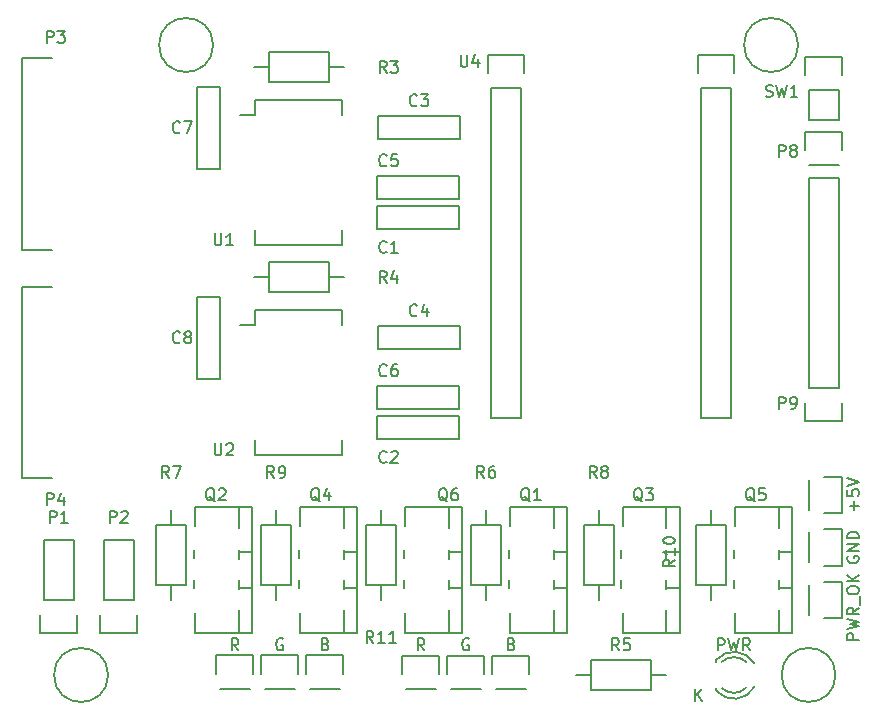
<source format=gto>
G04 #@! TF.FileFunction,Legend,Top*
%FSLAX46Y46*%
G04 Gerber Fmt 4.6, Leading zero omitted, Abs format (unit mm)*
G04 Created by KiCad (PCBNEW (2015-09-17 BZR 6202)-product) date Wednesday, September 23, 2015 'AMt' 01:59:30 AM*
%MOMM*%
G01*
G04 APERTURE LIST*
%ADD10C,0.100000*%
%ADD11C,0.150000*%
G04 APERTURE END LIST*
D10*
D11*
X152781000Y-128270000D02*
G75*
G03X152781000Y-128270000I-2286000J0D01*
G01*
X91186000Y-128270000D02*
G75*
G03X91186000Y-128270000I-2286000J0D01*
G01*
X103461143Y-126613701D02*
X103461143Y-128163701D01*
X100361143Y-128163701D02*
X100361143Y-126613701D01*
X100361143Y-126613701D02*
X103461143Y-126613701D01*
X100641143Y-129433701D02*
X103181143Y-129433701D01*
X100076000Y-74930000D02*
G75*
G03X100076000Y-74930000I-2286000J0D01*
G01*
X126164362Y-78575728D02*
X126164362Y-106515728D01*
X126164362Y-106515728D02*
X123624362Y-106515728D01*
X123624362Y-106515728D02*
X123624362Y-78575728D01*
X126444362Y-75755728D02*
X126444362Y-77305728D01*
X126164362Y-78575728D02*
X123624362Y-78575728D01*
X123344362Y-77305728D02*
X123344362Y-75755728D01*
X123344362Y-75755728D02*
X126444362Y-75755728D01*
X144224362Y-75755728D02*
X144224362Y-77305728D01*
X141124362Y-77305728D02*
X141124362Y-75755728D01*
X141124362Y-75755728D02*
X144224362Y-75755728D01*
X143944362Y-78575728D02*
X141404362Y-78575728D01*
X141404362Y-106515728D02*
X141404362Y-78575728D01*
X143944362Y-78575728D02*
X143944362Y-106515728D01*
X143944362Y-106515728D02*
X141404362Y-106515728D01*
X113935000Y-88535000D02*
X120935000Y-88535000D01*
X120935000Y-88535000D02*
X120935000Y-90535000D01*
X120935000Y-90535000D02*
X113935000Y-90535000D01*
X113935000Y-90535000D02*
X113935000Y-88535000D01*
X113935000Y-106315000D02*
X120935000Y-106315000D01*
X120935000Y-106315000D02*
X120935000Y-108315000D01*
X120935000Y-108315000D02*
X113935000Y-108315000D01*
X113935000Y-108315000D02*
X113935000Y-106315000D01*
X114015000Y-80915000D02*
X121015000Y-80915000D01*
X121015000Y-80915000D02*
X121015000Y-82915000D01*
X121015000Y-82915000D02*
X114015000Y-82915000D01*
X114015000Y-82915000D02*
X114015000Y-80915000D01*
X114015000Y-98695000D02*
X121015000Y-98695000D01*
X121015000Y-98695000D02*
X121015000Y-100695000D01*
X121015000Y-100695000D02*
X114015000Y-100695000D01*
X114015000Y-100695000D02*
X114015000Y-98695000D01*
X113935000Y-85995000D02*
X120935000Y-85995000D01*
X120935000Y-85995000D02*
X120935000Y-87995000D01*
X120935000Y-87995000D02*
X113935000Y-87995000D01*
X113935000Y-87995000D02*
X113935000Y-85995000D01*
X113935000Y-103775000D02*
X120935000Y-103775000D01*
X120935000Y-103775000D02*
X120935000Y-105775000D01*
X120935000Y-105775000D02*
X113935000Y-105775000D01*
X113935000Y-105775000D02*
X113935000Y-103775000D01*
X98695000Y-85455000D02*
X98695000Y-78455000D01*
X98695000Y-78455000D02*
X100695000Y-78455000D01*
X100695000Y-78455000D02*
X100695000Y-85455000D01*
X100695000Y-85455000D02*
X98695000Y-85455000D01*
X98695000Y-103235000D02*
X98695000Y-96235000D01*
X98695000Y-96235000D02*
X100695000Y-96235000D01*
X100695000Y-96235000D02*
X100695000Y-103235000D01*
X100695000Y-103235000D02*
X98695000Y-103235000D01*
X119213459Y-126645719D02*
X119213459Y-128195719D01*
X116113459Y-128195719D02*
X116113459Y-126645719D01*
X116113459Y-126645719D02*
X119213459Y-126645719D01*
X116393459Y-129465719D02*
X118933459Y-129465719D01*
X123023459Y-126645719D02*
X123023459Y-128195719D01*
X119923459Y-128195719D02*
X119923459Y-126645719D01*
X119923459Y-126645719D02*
X123023459Y-126645719D01*
X120203459Y-129465719D02*
X122743459Y-129465719D01*
X107271143Y-126613701D02*
X107271143Y-128163701D01*
X104171143Y-128163701D02*
X104171143Y-126613701D01*
X104171143Y-126613701D02*
X107271143Y-126613701D01*
X104451143Y-129433701D02*
X106991143Y-129433701D01*
X126833459Y-126645719D02*
X126833459Y-128195719D01*
X123733459Y-128195719D02*
X123733459Y-126645719D01*
X123733459Y-126645719D02*
X126833459Y-126645719D01*
X124013459Y-129465719D02*
X126553459Y-129465719D01*
X111081143Y-126613701D02*
X111081143Y-128163701D01*
X107981143Y-128163701D02*
X107981143Y-126613701D01*
X107981143Y-126613701D02*
X111081143Y-126613701D01*
X108261143Y-129433701D02*
X110801143Y-129433701D01*
X88265000Y-121920000D02*
X88265000Y-116840000D01*
X88265000Y-116840000D02*
X85725000Y-116840000D01*
X85725000Y-116840000D02*
X85725000Y-121920000D01*
X85445000Y-124740000D02*
X85445000Y-123190000D01*
X85725000Y-121920000D02*
X88265000Y-121920000D01*
X88545000Y-123190000D02*
X88545000Y-124740000D01*
X88545000Y-124740000D02*
X85445000Y-124740000D01*
X93345000Y-121920000D02*
X93345000Y-116840000D01*
X93345000Y-116840000D02*
X90805000Y-116840000D01*
X90805000Y-116840000D02*
X90805000Y-121920000D01*
X90525000Y-124740000D02*
X90525000Y-123190000D01*
X90805000Y-121920000D02*
X93345000Y-121920000D01*
X93625000Y-123190000D02*
X93625000Y-124740000D01*
X93625000Y-124740000D02*
X90525000Y-124740000D01*
X153315000Y-123470000D02*
X151765000Y-123470000D01*
X151765000Y-120370000D02*
X153315000Y-120370000D01*
X153315000Y-120370000D02*
X153315000Y-123470000D01*
X150495000Y-120650000D02*
X150495000Y-123190000D01*
X153315000Y-114580000D02*
X151765000Y-114580000D01*
X151765000Y-111480000D02*
X153315000Y-111480000D01*
X153315000Y-111480000D02*
X153315000Y-114580000D01*
X150495000Y-111760000D02*
X150495000Y-114300000D01*
X153315000Y-119025000D02*
X151765000Y-119025000D01*
X151765000Y-115925000D02*
X153315000Y-115925000D01*
X153315000Y-115925000D02*
X153315000Y-119025000D01*
X150495000Y-116205000D02*
X150495000Y-118745000D01*
X153315000Y-82270000D02*
X153315000Y-83820000D01*
X150215000Y-83820000D02*
X150215000Y-82270000D01*
X150215000Y-82270000D02*
X153315000Y-82270000D01*
X150495000Y-85090000D02*
X153035000Y-85090000D01*
X150495000Y-103975728D02*
X150495000Y-86195728D01*
X150495000Y-86195728D02*
X153035000Y-86195728D01*
X153035000Y-86195728D02*
X153035000Y-103975728D01*
X150215000Y-106795728D02*
X150215000Y-105245728D01*
X150495000Y-103975728D02*
X153035000Y-103975728D01*
X153315000Y-105245728D02*
X153315000Y-106795728D01*
X153315000Y-106795728D02*
X150215000Y-106795728D01*
X109855000Y-78105000D02*
X104775000Y-78105000D01*
X104775000Y-78105000D02*
X104775000Y-75565000D01*
X104775000Y-75565000D02*
X109855000Y-75565000D01*
X109855000Y-75565000D02*
X109855000Y-78105000D01*
X109855000Y-76835000D02*
X111125000Y-76835000D01*
X104775000Y-76835000D02*
X103505000Y-76835000D01*
X109855000Y-95885000D02*
X104775000Y-95885000D01*
X104775000Y-95885000D02*
X104775000Y-93345000D01*
X104775000Y-93345000D02*
X109855000Y-93345000D01*
X109855000Y-93345000D02*
X109855000Y-95885000D01*
X109855000Y-94615000D02*
X111125000Y-94615000D01*
X104775000Y-94615000D02*
X103505000Y-94615000D01*
X132080000Y-127000000D02*
X137160000Y-127000000D01*
X137160000Y-127000000D02*
X137160000Y-129540000D01*
X137160000Y-129540000D02*
X132080000Y-129540000D01*
X132080000Y-129540000D02*
X132080000Y-127000000D01*
X132080000Y-128270000D02*
X130810000Y-128270000D01*
X137160000Y-128270000D02*
X138430000Y-128270000D01*
X121920000Y-120650000D02*
X121920000Y-115570000D01*
X121920000Y-115570000D02*
X124460000Y-115570000D01*
X124460000Y-115570000D02*
X124460000Y-120650000D01*
X124460000Y-120650000D02*
X121920000Y-120650000D01*
X123190000Y-120650000D02*
X123190000Y-121920000D01*
X123190000Y-115570000D02*
X123190000Y-114300000D01*
X95250000Y-120650000D02*
X95250000Y-115570000D01*
X95250000Y-115570000D02*
X97790000Y-115570000D01*
X97790000Y-115570000D02*
X97790000Y-120650000D01*
X97790000Y-120650000D02*
X95250000Y-120650000D01*
X96520000Y-120650000D02*
X96520000Y-121920000D01*
X96520000Y-115570000D02*
X96520000Y-114300000D01*
X131445000Y-120650000D02*
X131445000Y-115570000D01*
X131445000Y-115570000D02*
X133985000Y-115570000D01*
X133985000Y-115570000D02*
X133985000Y-120650000D01*
X133985000Y-120650000D02*
X131445000Y-120650000D01*
X132715000Y-120650000D02*
X132715000Y-121920000D01*
X132715000Y-115570000D02*
X132715000Y-114300000D01*
X104140000Y-120650000D02*
X104140000Y-115570000D01*
X104140000Y-115570000D02*
X106680000Y-115570000D01*
X106680000Y-115570000D02*
X106680000Y-120650000D01*
X106680000Y-120650000D02*
X104140000Y-120650000D01*
X105410000Y-120650000D02*
X105410000Y-121920000D01*
X105410000Y-115570000D02*
X105410000Y-114300000D01*
X140970000Y-120650000D02*
X140970000Y-115570000D01*
X140970000Y-115570000D02*
X143510000Y-115570000D01*
X143510000Y-115570000D02*
X143510000Y-120650000D01*
X143510000Y-120650000D02*
X140970000Y-120650000D01*
X142240000Y-120650000D02*
X142240000Y-121920000D01*
X142240000Y-115570000D02*
X142240000Y-114300000D01*
X113030000Y-120650000D02*
X113030000Y-115570000D01*
X113030000Y-115570000D02*
X115570000Y-115570000D01*
X115570000Y-115570000D02*
X115570000Y-120650000D01*
X115570000Y-120650000D02*
X113030000Y-120650000D01*
X114300000Y-120650000D02*
X114300000Y-121920000D01*
X114300000Y-115570000D02*
X114300000Y-114300000D01*
X153035000Y-78740000D02*
X153035000Y-81280000D01*
X153315000Y-75920000D02*
X153315000Y-77470000D01*
X153035000Y-78740000D02*
X150495000Y-78740000D01*
X150215000Y-77470000D02*
X150215000Y-75920000D01*
X150215000Y-75920000D02*
X153315000Y-75920000D01*
X150495000Y-78740000D02*
X150495000Y-81280000D01*
X150495000Y-81280000D02*
X153035000Y-81280000D01*
X103640000Y-79620000D02*
X103640000Y-80890000D01*
X110990000Y-79620000D02*
X110990000Y-80890000D01*
X110990000Y-91830000D02*
X110990000Y-90560000D01*
X103640000Y-91830000D02*
X103640000Y-90560000D01*
X103640000Y-79620000D02*
X110990000Y-79620000D01*
X103640000Y-91830000D02*
X110990000Y-91830000D01*
X103640000Y-80890000D02*
X102355000Y-80890000D01*
X103640000Y-97400000D02*
X103640000Y-98670000D01*
X110990000Y-97400000D02*
X110990000Y-98670000D01*
X110990000Y-109610000D02*
X110990000Y-108340000D01*
X103640000Y-109610000D02*
X103640000Y-108340000D01*
X103640000Y-97400000D02*
X110990000Y-97400000D01*
X103640000Y-109610000D02*
X110990000Y-109610000D01*
X103640000Y-98670000D02*
X102355000Y-98670000D01*
X83893607Y-76072355D02*
X86433607Y-76072355D01*
X83893607Y-92272355D02*
X86433607Y-92272355D01*
X83893607Y-92272355D02*
X83893607Y-76072355D01*
X83893607Y-95405000D02*
X86433607Y-95405000D01*
X83893607Y-111605000D02*
X86433607Y-111605000D01*
X83893607Y-111605000D02*
X83893607Y-95405000D01*
X142676000Y-129584000D02*
X142676000Y-129384000D01*
X142676000Y-126990000D02*
X142676000Y-127170000D01*
X145903744Y-127300357D02*
G75*
G03X142676000Y-126984000I-1727744J-1003643D01*
G01*
X145228006Y-127170932D02*
G75*
G03X143125000Y-127170000I-1052006J-1133068D01*
G01*
X142688780Y-129610726D02*
G75*
G03X145926000Y-129264000I1497220J1306726D01*
G01*
X143162111Y-129383253D02*
G75*
G03X145210000Y-129364000I1013889J1079253D01*
G01*
X102235000Y-124714000D02*
X102235000Y-122809000D01*
X102235000Y-120269000D02*
X102235000Y-121031000D01*
X102235000Y-117856000D02*
X102235000Y-117729000D01*
X102235000Y-117856000D02*
X102235000Y-118491000D01*
X102235000Y-114046000D02*
X102235000Y-115824000D01*
X98552000Y-114046000D02*
X98552000Y-115697000D01*
X98425000Y-118364000D02*
X98425000Y-117729000D01*
X98425000Y-120904000D02*
X98425000Y-120269000D01*
X98552000Y-124714000D02*
X98552000Y-123063000D01*
X103378000Y-117856000D02*
X102235000Y-117856000D01*
X103378000Y-120904000D02*
X102235000Y-120904000D01*
X102235000Y-124714000D02*
X98552000Y-124714000D01*
X98552000Y-114046000D02*
X102235000Y-114046000D01*
X103378000Y-124714000D02*
X102235000Y-124714000D01*
X102235000Y-114046000D02*
X103378000Y-114046000D01*
X103378000Y-119380000D02*
X103378000Y-114046000D01*
X103378000Y-119380000D02*
X103378000Y-124714000D01*
X111125000Y-124714000D02*
X111125000Y-122809000D01*
X111125000Y-120269000D02*
X111125000Y-121031000D01*
X111125000Y-117856000D02*
X111125000Y-117729000D01*
X111125000Y-117856000D02*
X111125000Y-118491000D01*
X111125000Y-114046000D02*
X111125000Y-115824000D01*
X107442000Y-114046000D02*
X107442000Y-115697000D01*
X107315000Y-118364000D02*
X107315000Y-117729000D01*
X107315000Y-120904000D02*
X107315000Y-120269000D01*
X107442000Y-124714000D02*
X107442000Y-123063000D01*
X112268000Y-117856000D02*
X111125000Y-117856000D01*
X112268000Y-120904000D02*
X111125000Y-120904000D01*
X111125000Y-124714000D02*
X107442000Y-124714000D01*
X107442000Y-114046000D02*
X111125000Y-114046000D01*
X112268000Y-124714000D02*
X111125000Y-124714000D01*
X111125000Y-114046000D02*
X112268000Y-114046000D01*
X112268000Y-119380000D02*
X112268000Y-114046000D01*
X112268000Y-119380000D02*
X112268000Y-124714000D01*
X120015000Y-124714000D02*
X120015000Y-122809000D01*
X120015000Y-120269000D02*
X120015000Y-121031000D01*
X120015000Y-117856000D02*
X120015000Y-117729000D01*
X120015000Y-117856000D02*
X120015000Y-118491000D01*
X120015000Y-114046000D02*
X120015000Y-115824000D01*
X116332000Y-114046000D02*
X116332000Y-115697000D01*
X116205000Y-118364000D02*
X116205000Y-117729000D01*
X116205000Y-120904000D02*
X116205000Y-120269000D01*
X116332000Y-124714000D02*
X116332000Y-123063000D01*
X121158000Y-117856000D02*
X120015000Y-117856000D01*
X121158000Y-120904000D02*
X120015000Y-120904000D01*
X120015000Y-124714000D02*
X116332000Y-124714000D01*
X116332000Y-114046000D02*
X120015000Y-114046000D01*
X121158000Y-124714000D02*
X120015000Y-124714000D01*
X120015000Y-114046000D02*
X121158000Y-114046000D01*
X121158000Y-119380000D02*
X121158000Y-114046000D01*
X121158000Y-119380000D02*
X121158000Y-124714000D01*
X128905000Y-124714000D02*
X128905000Y-122809000D01*
X128905000Y-120269000D02*
X128905000Y-121031000D01*
X128905000Y-117856000D02*
X128905000Y-117729000D01*
X128905000Y-117856000D02*
X128905000Y-118491000D01*
X128905000Y-114046000D02*
X128905000Y-115824000D01*
X125222000Y-114046000D02*
X125222000Y-115697000D01*
X125095000Y-118364000D02*
X125095000Y-117729000D01*
X125095000Y-120904000D02*
X125095000Y-120269000D01*
X125222000Y-124714000D02*
X125222000Y-123063000D01*
X130048000Y-117856000D02*
X128905000Y-117856000D01*
X130048000Y-120904000D02*
X128905000Y-120904000D01*
X128905000Y-124714000D02*
X125222000Y-124714000D01*
X125222000Y-114046000D02*
X128905000Y-114046000D01*
X130048000Y-124714000D02*
X128905000Y-124714000D01*
X128905000Y-114046000D02*
X130048000Y-114046000D01*
X130048000Y-119380000D02*
X130048000Y-114046000D01*
X130048000Y-119380000D02*
X130048000Y-124714000D01*
X138430000Y-124714000D02*
X138430000Y-122809000D01*
X138430000Y-120269000D02*
X138430000Y-121031000D01*
X138430000Y-117856000D02*
X138430000Y-117729000D01*
X138430000Y-117856000D02*
X138430000Y-118491000D01*
X138430000Y-114046000D02*
X138430000Y-115824000D01*
X134747000Y-114046000D02*
X134747000Y-115697000D01*
X134620000Y-118364000D02*
X134620000Y-117729000D01*
X134620000Y-120904000D02*
X134620000Y-120269000D01*
X134747000Y-124714000D02*
X134747000Y-123063000D01*
X139573000Y-117856000D02*
X138430000Y-117856000D01*
X139573000Y-120904000D02*
X138430000Y-120904000D01*
X138430000Y-124714000D02*
X134747000Y-124714000D01*
X134747000Y-114046000D02*
X138430000Y-114046000D01*
X139573000Y-124714000D02*
X138430000Y-124714000D01*
X138430000Y-114046000D02*
X139573000Y-114046000D01*
X139573000Y-119380000D02*
X139573000Y-114046000D01*
X139573000Y-119380000D02*
X139573000Y-124714000D01*
X147955000Y-124714000D02*
X147955000Y-122809000D01*
X147955000Y-120269000D02*
X147955000Y-121031000D01*
X147955000Y-117856000D02*
X147955000Y-117729000D01*
X147955000Y-117856000D02*
X147955000Y-118491000D01*
X147955000Y-114046000D02*
X147955000Y-115824000D01*
X144272000Y-114046000D02*
X144272000Y-115697000D01*
X144145000Y-118364000D02*
X144145000Y-117729000D01*
X144145000Y-120904000D02*
X144145000Y-120269000D01*
X144272000Y-124714000D02*
X144272000Y-123063000D01*
X149098000Y-117856000D02*
X147955000Y-117856000D01*
X149098000Y-120904000D02*
X147955000Y-120904000D01*
X147955000Y-124714000D02*
X144272000Y-124714000D01*
X144272000Y-114046000D02*
X147955000Y-114046000D01*
X149098000Y-124714000D02*
X147955000Y-124714000D01*
X147955000Y-114046000D02*
X149098000Y-114046000D01*
X149098000Y-119380000D02*
X149098000Y-114046000D01*
X149098000Y-119380000D02*
X149098000Y-124714000D01*
X149606000Y-74930000D02*
G75*
G03X149606000Y-74930000I-2286000J0D01*
G01*
X102220667Y-126182381D02*
X101887333Y-125706190D01*
X101649238Y-126182381D02*
X101649238Y-125182381D01*
X102030191Y-125182381D01*
X102125429Y-125230000D01*
X102173048Y-125277619D01*
X102220667Y-125372857D01*
X102220667Y-125515714D01*
X102173048Y-125610952D01*
X102125429Y-125658571D01*
X102030191Y-125706190D01*
X101649238Y-125706190D01*
X121031095Y-75779381D02*
X121031095Y-76588905D01*
X121078714Y-76684143D01*
X121126333Y-76731762D01*
X121221571Y-76779381D01*
X121412048Y-76779381D01*
X121507286Y-76731762D01*
X121554905Y-76684143D01*
X121602524Y-76588905D01*
X121602524Y-75779381D01*
X122507286Y-76112714D02*
X122507286Y-76779381D01*
X122269190Y-75731762D02*
X122031095Y-76446048D01*
X122650143Y-76446048D01*
X114768334Y-92432143D02*
X114720715Y-92479762D01*
X114577858Y-92527381D01*
X114482620Y-92527381D01*
X114339762Y-92479762D01*
X114244524Y-92384524D01*
X114196905Y-92289286D01*
X114149286Y-92098810D01*
X114149286Y-91955952D01*
X114196905Y-91765476D01*
X114244524Y-91670238D01*
X114339762Y-91575000D01*
X114482620Y-91527381D01*
X114577858Y-91527381D01*
X114720715Y-91575000D01*
X114768334Y-91622619D01*
X115720715Y-92527381D02*
X115149286Y-92527381D01*
X115435000Y-92527381D02*
X115435000Y-91527381D01*
X115339762Y-91670238D01*
X115244524Y-91765476D01*
X115149286Y-91813095D01*
X114768334Y-110212143D02*
X114720715Y-110259762D01*
X114577858Y-110307381D01*
X114482620Y-110307381D01*
X114339762Y-110259762D01*
X114244524Y-110164524D01*
X114196905Y-110069286D01*
X114149286Y-109878810D01*
X114149286Y-109735952D01*
X114196905Y-109545476D01*
X114244524Y-109450238D01*
X114339762Y-109355000D01*
X114482620Y-109307381D01*
X114577858Y-109307381D01*
X114720715Y-109355000D01*
X114768334Y-109402619D01*
X115149286Y-109402619D02*
X115196905Y-109355000D01*
X115292143Y-109307381D01*
X115530239Y-109307381D01*
X115625477Y-109355000D01*
X115673096Y-109402619D01*
X115720715Y-109497857D01*
X115720715Y-109593095D01*
X115673096Y-109735952D01*
X115101667Y-110307381D01*
X115720715Y-110307381D01*
X117348334Y-80022143D02*
X117300715Y-80069762D01*
X117157858Y-80117381D01*
X117062620Y-80117381D01*
X116919762Y-80069762D01*
X116824524Y-79974524D01*
X116776905Y-79879286D01*
X116729286Y-79688810D01*
X116729286Y-79545952D01*
X116776905Y-79355476D01*
X116824524Y-79260238D01*
X116919762Y-79165000D01*
X117062620Y-79117381D01*
X117157858Y-79117381D01*
X117300715Y-79165000D01*
X117348334Y-79212619D01*
X117681667Y-79117381D02*
X118300715Y-79117381D01*
X117967381Y-79498333D01*
X118110239Y-79498333D01*
X118205477Y-79545952D01*
X118253096Y-79593571D01*
X118300715Y-79688810D01*
X118300715Y-79926905D01*
X118253096Y-80022143D01*
X118205477Y-80069762D01*
X118110239Y-80117381D01*
X117824524Y-80117381D01*
X117729286Y-80069762D01*
X117681667Y-80022143D01*
X117348334Y-97802143D02*
X117300715Y-97849762D01*
X117157858Y-97897381D01*
X117062620Y-97897381D01*
X116919762Y-97849762D01*
X116824524Y-97754524D01*
X116776905Y-97659286D01*
X116729286Y-97468810D01*
X116729286Y-97325952D01*
X116776905Y-97135476D01*
X116824524Y-97040238D01*
X116919762Y-96945000D01*
X117062620Y-96897381D01*
X117157858Y-96897381D01*
X117300715Y-96945000D01*
X117348334Y-96992619D01*
X118205477Y-97230714D02*
X118205477Y-97897381D01*
X117967381Y-96849762D02*
X117729286Y-97564048D01*
X118348334Y-97564048D01*
X114768334Y-85102143D02*
X114720715Y-85149762D01*
X114577858Y-85197381D01*
X114482620Y-85197381D01*
X114339762Y-85149762D01*
X114244524Y-85054524D01*
X114196905Y-84959286D01*
X114149286Y-84768810D01*
X114149286Y-84625952D01*
X114196905Y-84435476D01*
X114244524Y-84340238D01*
X114339762Y-84245000D01*
X114482620Y-84197381D01*
X114577858Y-84197381D01*
X114720715Y-84245000D01*
X114768334Y-84292619D01*
X115673096Y-84197381D02*
X115196905Y-84197381D01*
X115149286Y-84673571D01*
X115196905Y-84625952D01*
X115292143Y-84578333D01*
X115530239Y-84578333D01*
X115625477Y-84625952D01*
X115673096Y-84673571D01*
X115720715Y-84768810D01*
X115720715Y-85006905D01*
X115673096Y-85102143D01*
X115625477Y-85149762D01*
X115530239Y-85197381D01*
X115292143Y-85197381D01*
X115196905Y-85149762D01*
X115149286Y-85102143D01*
X114768334Y-102882143D02*
X114720715Y-102929762D01*
X114577858Y-102977381D01*
X114482620Y-102977381D01*
X114339762Y-102929762D01*
X114244524Y-102834524D01*
X114196905Y-102739286D01*
X114149286Y-102548810D01*
X114149286Y-102405952D01*
X114196905Y-102215476D01*
X114244524Y-102120238D01*
X114339762Y-102025000D01*
X114482620Y-101977381D01*
X114577858Y-101977381D01*
X114720715Y-102025000D01*
X114768334Y-102072619D01*
X115625477Y-101977381D02*
X115435000Y-101977381D01*
X115339762Y-102025000D01*
X115292143Y-102072619D01*
X115196905Y-102215476D01*
X115149286Y-102405952D01*
X115149286Y-102786905D01*
X115196905Y-102882143D01*
X115244524Y-102929762D01*
X115339762Y-102977381D01*
X115530239Y-102977381D01*
X115625477Y-102929762D01*
X115673096Y-102882143D01*
X115720715Y-102786905D01*
X115720715Y-102548810D01*
X115673096Y-102453571D01*
X115625477Y-102405952D01*
X115530239Y-102358333D01*
X115339762Y-102358333D01*
X115244524Y-102405952D01*
X115196905Y-102453571D01*
X115149286Y-102548810D01*
X97278334Y-82312143D02*
X97230715Y-82359762D01*
X97087858Y-82407381D01*
X96992620Y-82407381D01*
X96849762Y-82359762D01*
X96754524Y-82264524D01*
X96706905Y-82169286D01*
X96659286Y-81978810D01*
X96659286Y-81835952D01*
X96706905Y-81645476D01*
X96754524Y-81550238D01*
X96849762Y-81455000D01*
X96992620Y-81407381D01*
X97087858Y-81407381D01*
X97230715Y-81455000D01*
X97278334Y-81502619D01*
X97611667Y-81407381D02*
X98278334Y-81407381D01*
X97849762Y-82407381D01*
X97278334Y-100092143D02*
X97230715Y-100139762D01*
X97087858Y-100187381D01*
X96992620Y-100187381D01*
X96849762Y-100139762D01*
X96754524Y-100044524D01*
X96706905Y-99949286D01*
X96659286Y-99758810D01*
X96659286Y-99615952D01*
X96706905Y-99425476D01*
X96754524Y-99330238D01*
X96849762Y-99235000D01*
X96992620Y-99187381D01*
X97087858Y-99187381D01*
X97230715Y-99235000D01*
X97278334Y-99282619D01*
X97849762Y-99615952D02*
X97754524Y-99568333D01*
X97706905Y-99520714D01*
X97659286Y-99425476D01*
X97659286Y-99377857D01*
X97706905Y-99282619D01*
X97754524Y-99235000D01*
X97849762Y-99187381D01*
X98040239Y-99187381D01*
X98135477Y-99235000D01*
X98183096Y-99282619D01*
X98230715Y-99377857D01*
X98230715Y-99425476D01*
X98183096Y-99520714D01*
X98135477Y-99568333D01*
X98040239Y-99615952D01*
X97849762Y-99615952D01*
X97754524Y-99663571D01*
X97706905Y-99711190D01*
X97659286Y-99806429D01*
X97659286Y-99996905D01*
X97706905Y-100092143D01*
X97754524Y-100139762D01*
X97849762Y-100187381D01*
X98040239Y-100187381D01*
X98135477Y-100139762D01*
X98183096Y-100092143D01*
X98230715Y-99996905D01*
X98230715Y-99806429D01*
X98183096Y-99711190D01*
X98135477Y-99663571D01*
X98040239Y-99615952D01*
X117972983Y-126182381D02*
X117639649Y-125706190D01*
X117401554Y-126182381D02*
X117401554Y-125182381D01*
X117782507Y-125182381D01*
X117877745Y-125230000D01*
X117925364Y-125277619D01*
X117972983Y-125372857D01*
X117972983Y-125515714D01*
X117925364Y-125610952D01*
X117877745Y-125658571D01*
X117782507Y-125706190D01*
X117401554Y-125706190D01*
X121735364Y-125230000D02*
X121640126Y-125182381D01*
X121497269Y-125182381D01*
X121354411Y-125230000D01*
X121259173Y-125325238D01*
X121211554Y-125420476D01*
X121163935Y-125610952D01*
X121163935Y-125753810D01*
X121211554Y-125944286D01*
X121259173Y-126039524D01*
X121354411Y-126134762D01*
X121497269Y-126182381D01*
X121592507Y-126182381D01*
X121735364Y-126134762D01*
X121782983Y-126087143D01*
X121782983Y-125753810D01*
X121592507Y-125753810D01*
X105983048Y-125230000D02*
X105887810Y-125182381D01*
X105744953Y-125182381D01*
X105602095Y-125230000D01*
X105506857Y-125325238D01*
X105459238Y-125420476D01*
X105411619Y-125610952D01*
X105411619Y-125753810D01*
X105459238Y-125944286D01*
X105506857Y-126039524D01*
X105602095Y-126134762D01*
X105744953Y-126182381D01*
X105840191Y-126182381D01*
X105983048Y-126134762D01*
X106030667Y-126087143D01*
X106030667Y-125753810D01*
X105840191Y-125753810D01*
X125354888Y-125658571D02*
X125497745Y-125706190D01*
X125545364Y-125753810D01*
X125592983Y-125849048D01*
X125592983Y-125991905D01*
X125545364Y-126087143D01*
X125497745Y-126134762D01*
X125402507Y-126182381D01*
X125021554Y-126182381D01*
X125021554Y-125182381D01*
X125354888Y-125182381D01*
X125450126Y-125230000D01*
X125497745Y-125277619D01*
X125545364Y-125372857D01*
X125545364Y-125468095D01*
X125497745Y-125563333D01*
X125450126Y-125610952D01*
X125354888Y-125658571D01*
X125021554Y-125658571D01*
X109602572Y-125658571D02*
X109745429Y-125706190D01*
X109793048Y-125753810D01*
X109840667Y-125849048D01*
X109840667Y-125991905D01*
X109793048Y-126087143D01*
X109745429Y-126134762D01*
X109650191Y-126182381D01*
X109269238Y-126182381D01*
X109269238Y-125182381D01*
X109602572Y-125182381D01*
X109697810Y-125230000D01*
X109745429Y-125277619D01*
X109793048Y-125372857D01*
X109793048Y-125468095D01*
X109745429Y-125563333D01*
X109697810Y-125610952D01*
X109602572Y-125658571D01*
X109269238Y-125658571D01*
X86256905Y-115387381D02*
X86256905Y-114387381D01*
X86637858Y-114387381D01*
X86733096Y-114435000D01*
X86780715Y-114482619D01*
X86828334Y-114577857D01*
X86828334Y-114720714D01*
X86780715Y-114815952D01*
X86733096Y-114863571D01*
X86637858Y-114911190D01*
X86256905Y-114911190D01*
X87780715Y-115387381D02*
X87209286Y-115387381D01*
X87495000Y-115387381D02*
X87495000Y-114387381D01*
X87399762Y-114530238D01*
X87304524Y-114625476D01*
X87209286Y-114673095D01*
X91336905Y-115387381D02*
X91336905Y-114387381D01*
X91717858Y-114387381D01*
X91813096Y-114435000D01*
X91860715Y-114482619D01*
X91908334Y-114577857D01*
X91908334Y-114720714D01*
X91860715Y-114815952D01*
X91813096Y-114863571D01*
X91717858Y-114911190D01*
X91336905Y-114911190D01*
X92289286Y-114482619D02*
X92336905Y-114435000D01*
X92432143Y-114387381D01*
X92670239Y-114387381D01*
X92765477Y-114435000D01*
X92813096Y-114482619D01*
X92860715Y-114577857D01*
X92860715Y-114673095D01*
X92813096Y-114815952D01*
X92241667Y-115387381D01*
X92860715Y-115387381D01*
X154757381Y-125293095D02*
X153757381Y-125293095D01*
X153757381Y-124912142D01*
X153805000Y-124816904D01*
X153852619Y-124769285D01*
X153947857Y-124721666D01*
X154090714Y-124721666D01*
X154185952Y-124769285D01*
X154233571Y-124816904D01*
X154281190Y-124912142D01*
X154281190Y-125293095D01*
X153757381Y-124388333D02*
X154757381Y-124150238D01*
X154043095Y-123959761D01*
X154757381Y-123769285D01*
X153757381Y-123531190D01*
X154757381Y-122578809D02*
X154281190Y-122912143D01*
X154757381Y-123150238D02*
X153757381Y-123150238D01*
X153757381Y-122769285D01*
X153805000Y-122674047D01*
X153852619Y-122626428D01*
X153947857Y-122578809D01*
X154090714Y-122578809D01*
X154185952Y-122626428D01*
X154233571Y-122674047D01*
X154281190Y-122769285D01*
X154281190Y-123150238D01*
X154852619Y-122388333D02*
X154852619Y-121626428D01*
X153757381Y-121197857D02*
X153757381Y-121007380D01*
X153805000Y-120912142D01*
X153900238Y-120816904D01*
X154090714Y-120769285D01*
X154424048Y-120769285D01*
X154614524Y-120816904D01*
X154709762Y-120912142D01*
X154757381Y-121007380D01*
X154757381Y-121197857D01*
X154709762Y-121293095D01*
X154614524Y-121388333D01*
X154424048Y-121435952D01*
X154090714Y-121435952D01*
X153900238Y-121388333D01*
X153805000Y-121293095D01*
X153757381Y-121197857D01*
X154757381Y-120340714D02*
X153757381Y-120340714D01*
X154757381Y-119769285D02*
X154185952Y-120197857D01*
X153757381Y-119769285D02*
X154328810Y-120340714D01*
X154376429Y-114315714D02*
X154376429Y-113553809D01*
X154757381Y-113934761D02*
X153995476Y-113934761D01*
X153757381Y-112601428D02*
X153757381Y-113077619D01*
X154233571Y-113125238D01*
X154185952Y-113077619D01*
X154138333Y-112982381D01*
X154138333Y-112744285D01*
X154185952Y-112649047D01*
X154233571Y-112601428D01*
X154328810Y-112553809D01*
X154566905Y-112553809D01*
X154662143Y-112601428D01*
X154709762Y-112649047D01*
X154757381Y-112744285D01*
X154757381Y-112982381D01*
X154709762Y-113077619D01*
X154662143Y-113125238D01*
X153757381Y-112268095D02*
X154757381Y-111934762D01*
X153757381Y-111601428D01*
X153805000Y-118236904D02*
X153757381Y-118332142D01*
X153757381Y-118474999D01*
X153805000Y-118617857D01*
X153900238Y-118713095D01*
X153995476Y-118760714D01*
X154185952Y-118808333D01*
X154328810Y-118808333D01*
X154519286Y-118760714D01*
X154614524Y-118713095D01*
X154709762Y-118617857D01*
X154757381Y-118474999D01*
X154757381Y-118379761D01*
X154709762Y-118236904D01*
X154662143Y-118189285D01*
X154328810Y-118189285D01*
X154328810Y-118379761D01*
X154757381Y-117760714D02*
X153757381Y-117760714D01*
X154757381Y-117189285D01*
X153757381Y-117189285D01*
X154757381Y-116713095D02*
X153757381Y-116713095D01*
X153757381Y-116475000D01*
X153805000Y-116332142D01*
X153900238Y-116236904D01*
X153995476Y-116189285D01*
X154185952Y-116141666D01*
X154328810Y-116141666D01*
X154519286Y-116189285D01*
X154614524Y-116236904D01*
X154709762Y-116332142D01*
X154757381Y-116475000D01*
X154757381Y-116713095D01*
X147978905Y-84399381D02*
X147978905Y-83399381D01*
X148359858Y-83399381D01*
X148455096Y-83447000D01*
X148502715Y-83494619D01*
X148550334Y-83589857D01*
X148550334Y-83732714D01*
X148502715Y-83827952D01*
X148455096Y-83875571D01*
X148359858Y-83923190D01*
X147978905Y-83923190D01*
X149121762Y-83827952D02*
X149026524Y-83780333D01*
X148978905Y-83732714D01*
X148931286Y-83637476D01*
X148931286Y-83589857D01*
X148978905Y-83494619D01*
X149026524Y-83447000D01*
X149121762Y-83399381D01*
X149312239Y-83399381D01*
X149407477Y-83447000D01*
X149455096Y-83494619D01*
X149502715Y-83589857D01*
X149502715Y-83637476D01*
X149455096Y-83732714D01*
X149407477Y-83780333D01*
X149312239Y-83827952D01*
X149121762Y-83827952D01*
X149026524Y-83875571D01*
X148978905Y-83923190D01*
X148931286Y-84018429D01*
X148931286Y-84208905D01*
X148978905Y-84304143D01*
X149026524Y-84351762D01*
X149121762Y-84399381D01*
X149312239Y-84399381D01*
X149407477Y-84351762D01*
X149455096Y-84304143D01*
X149502715Y-84208905D01*
X149502715Y-84018429D01*
X149455096Y-83923190D01*
X149407477Y-83875571D01*
X149312239Y-83827952D01*
X147978905Y-105735381D02*
X147978905Y-104735381D01*
X148359858Y-104735381D01*
X148455096Y-104783000D01*
X148502715Y-104830619D01*
X148550334Y-104925857D01*
X148550334Y-105068714D01*
X148502715Y-105163952D01*
X148455096Y-105211571D01*
X148359858Y-105259190D01*
X147978905Y-105259190D01*
X149026524Y-105735381D02*
X149217000Y-105735381D01*
X149312239Y-105687762D01*
X149359858Y-105640143D01*
X149455096Y-105497286D01*
X149502715Y-105306810D01*
X149502715Y-104925857D01*
X149455096Y-104830619D01*
X149407477Y-104783000D01*
X149312239Y-104735381D01*
X149121762Y-104735381D01*
X149026524Y-104783000D01*
X148978905Y-104830619D01*
X148931286Y-104925857D01*
X148931286Y-105163952D01*
X148978905Y-105259190D01*
X149026524Y-105306810D01*
X149121762Y-105354429D01*
X149312239Y-105354429D01*
X149407477Y-105306810D01*
X149455096Y-105259190D01*
X149502715Y-105163952D01*
X114768334Y-77287381D02*
X114435000Y-76811190D01*
X114196905Y-77287381D02*
X114196905Y-76287381D01*
X114577858Y-76287381D01*
X114673096Y-76335000D01*
X114720715Y-76382619D01*
X114768334Y-76477857D01*
X114768334Y-76620714D01*
X114720715Y-76715952D01*
X114673096Y-76763571D01*
X114577858Y-76811190D01*
X114196905Y-76811190D01*
X115101667Y-76287381D02*
X115720715Y-76287381D01*
X115387381Y-76668333D01*
X115530239Y-76668333D01*
X115625477Y-76715952D01*
X115673096Y-76763571D01*
X115720715Y-76858810D01*
X115720715Y-77096905D01*
X115673096Y-77192143D01*
X115625477Y-77239762D01*
X115530239Y-77287381D01*
X115244524Y-77287381D01*
X115149286Y-77239762D01*
X115101667Y-77192143D01*
X114768334Y-95067381D02*
X114435000Y-94591190D01*
X114196905Y-95067381D02*
X114196905Y-94067381D01*
X114577858Y-94067381D01*
X114673096Y-94115000D01*
X114720715Y-94162619D01*
X114768334Y-94257857D01*
X114768334Y-94400714D01*
X114720715Y-94495952D01*
X114673096Y-94543571D01*
X114577858Y-94591190D01*
X114196905Y-94591190D01*
X115625477Y-94400714D02*
X115625477Y-95067381D01*
X115387381Y-94019762D02*
X115149286Y-94734048D01*
X115768334Y-94734048D01*
X134453334Y-126182381D02*
X134120000Y-125706190D01*
X133881905Y-126182381D02*
X133881905Y-125182381D01*
X134262858Y-125182381D01*
X134358096Y-125230000D01*
X134405715Y-125277619D01*
X134453334Y-125372857D01*
X134453334Y-125515714D01*
X134405715Y-125610952D01*
X134358096Y-125658571D01*
X134262858Y-125706190D01*
X133881905Y-125706190D01*
X135358096Y-125182381D02*
X134881905Y-125182381D01*
X134834286Y-125658571D01*
X134881905Y-125610952D01*
X134977143Y-125563333D01*
X135215239Y-125563333D01*
X135310477Y-125610952D01*
X135358096Y-125658571D01*
X135405715Y-125753810D01*
X135405715Y-125991905D01*
X135358096Y-126087143D01*
X135310477Y-126134762D01*
X135215239Y-126182381D01*
X134977143Y-126182381D01*
X134881905Y-126134762D01*
X134834286Y-126087143D01*
X123023334Y-111577381D02*
X122690000Y-111101190D01*
X122451905Y-111577381D02*
X122451905Y-110577381D01*
X122832858Y-110577381D01*
X122928096Y-110625000D01*
X122975715Y-110672619D01*
X123023334Y-110767857D01*
X123023334Y-110910714D01*
X122975715Y-111005952D01*
X122928096Y-111053571D01*
X122832858Y-111101190D01*
X122451905Y-111101190D01*
X123880477Y-110577381D02*
X123690000Y-110577381D01*
X123594762Y-110625000D01*
X123547143Y-110672619D01*
X123451905Y-110815476D01*
X123404286Y-111005952D01*
X123404286Y-111386905D01*
X123451905Y-111482143D01*
X123499524Y-111529762D01*
X123594762Y-111577381D01*
X123785239Y-111577381D01*
X123880477Y-111529762D01*
X123928096Y-111482143D01*
X123975715Y-111386905D01*
X123975715Y-111148810D01*
X123928096Y-111053571D01*
X123880477Y-111005952D01*
X123785239Y-110958333D01*
X123594762Y-110958333D01*
X123499524Y-111005952D01*
X123451905Y-111053571D01*
X123404286Y-111148810D01*
X96353334Y-111577381D02*
X96020000Y-111101190D01*
X95781905Y-111577381D02*
X95781905Y-110577381D01*
X96162858Y-110577381D01*
X96258096Y-110625000D01*
X96305715Y-110672619D01*
X96353334Y-110767857D01*
X96353334Y-110910714D01*
X96305715Y-111005952D01*
X96258096Y-111053571D01*
X96162858Y-111101190D01*
X95781905Y-111101190D01*
X96686667Y-110577381D02*
X97353334Y-110577381D01*
X96924762Y-111577381D01*
X132548334Y-111577381D02*
X132215000Y-111101190D01*
X131976905Y-111577381D02*
X131976905Y-110577381D01*
X132357858Y-110577381D01*
X132453096Y-110625000D01*
X132500715Y-110672619D01*
X132548334Y-110767857D01*
X132548334Y-110910714D01*
X132500715Y-111005952D01*
X132453096Y-111053571D01*
X132357858Y-111101190D01*
X131976905Y-111101190D01*
X133119762Y-111005952D02*
X133024524Y-110958333D01*
X132976905Y-110910714D01*
X132929286Y-110815476D01*
X132929286Y-110767857D01*
X132976905Y-110672619D01*
X133024524Y-110625000D01*
X133119762Y-110577381D01*
X133310239Y-110577381D01*
X133405477Y-110625000D01*
X133453096Y-110672619D01*
X133500715Y-110767857D01*
X133500715Y-110815476D01*
X133453096Y-110910714D01*
X133405477Y-110958333D01*
X133310239Y-111005952D01*
X133119762Y-111005952D01*
X133024524Y-111053571D01*
X132976905Y-111101190D01*
X132929286Y-111196429D01*
X132929286Y-111386905D01*
X132976905Y-111482143D01*
X133024524Y-111529762D01*
X133119762Y-111577381D01*
X133310239Y-111577381D01*
X133405477Y-111529762D01*
X133453096Y-111482143D01*
X133500715Y-111386905D01*
X133500715Y-111196429D01*
X133453096Y-111101190D01*
X133405477Y-111053571D01*
X133310239Y-111005952D01*
X105243334Y-111577381D02*
X104910000Y-111101190D01*
X104671905Y-111577381D02*
X104671905Y-110577381D01*
X105052858Y-110577381D01*
X105148096Y-110625000D01*
X105195715Y-110672619D01*
X105243334Y-110767857D01*
X105243334Y-110910714D01*
X105195715Y-111005952D01*
X105148096Y-111053571D01*
X105052858Y-111101190D01*
X104671905Y-111101190D01*
X105719524Y-111577381D02*
X105910000Y-111577381D01*
X106005239Y-111529762D01*
X106052858Y-111482143D01*
X106148096Y-111339286D01*
X106195715Y-111148810D01*
X106195715Y-110767857D01*
X106148096Y-110672619D01*
X106100477Y-110625000D01*
X106005239Y-110577381D01*
X105814762Y-110577381D01*
X105719524Y-110625000D01*
X105671905Y-110672619D01*
X105624286Y-110767857D01*
X105624286Y-111005952D01*
X105671905Y-111101190D01*
X105719524Y-111148810D01*
X105814762Y-111196429D01*
X106005239Y-111196429D01*
X106100477Y-111148810D01*
X106148096Y-111101190D01*
X106195715Y-111005952D01*
X139192261Y-118503937D02*
X138716070Y-118837271D01*
X139192261Y-119075366D02*
X138192261Y-119075366D01*
X138192261Y-118694413D01*
X138239880Y-118599175D01*
X138287499Y-118551556D01*
X138382737Y-118503937D01*
X138525594Y-118503937D01*
X138620832Y-118551556D01*
X138668451Y-118599175D01*
X138716070Y-118694413D01*
X138716070Y-119075366D01*
X139192261Y-117551556D02*
X139192261Y-118122985D01*
X139192261Y-117837271D02*
X138192261Y-117837271D01*
X138335118Y-117932509D01*
X138430356Y-118027747D01*
X138477975Y-118122985D01*
X138192261Y-116932509D02*
X138192261Y-116837270D01*
X138239880Y-116742032D01*
X138287499Y-116694413D01*
X138382737Y-116646794D01*
X138573213Y-116599175D01*
X138811309Y-116599175D01*
X139001785Y-116646794D01*
X139097023Y-116694413D01*
X139144642Y-116742032D01*
X139192261Y-116837270D01*
X139192261Y-116932509D01*
X139144642Y-117027747D01*
X139097023Y-117075366D01*
X139001785Y-117122985D01*
X138811309Y-117170604D01*
X138573213Y-117170604D01*
X138382737Y-117122985D01*
X138287499Y-117075366D01*
X138239880Y-117027747D01*
X138192261Y-116932509D01*
X113657143Y-125547381D02*
X113323809Y-125071190D01*
X113085714Y-125547381D02*
X113085714Y-124547381D01*
X113466667Y-124547381D01*
X113561905Y-124595000D01*
X113609524Y-124642619D01*
X113657143Y-124737857D01*
X113657143Y-124880714D01*
X113609524Y-124975952D01*
X113561905Y-125023571D01*
X113466667Y-125071190D01*
X113085714Y-125071190D01*
X114609524Y-125547381D02*
X114038095Y-125547381D01*
X114323809Y-125547381D02*
X114323809Y-124547381D01*
X114228571Y-124690238D01*
X114133333Y-124785476D01*
X114038095Y-124833095D01*
X115561905Y-125547381D02*
X114990476Y-125547381D01*
X115276190Y-125547381D02*
X115276190Y-124547381D01*
X115180952Y-124690238D01*
X115085714Y-124785476D01*
X114990476Y-124833095D01*
X146875667Y-79271762D02*
X147018524Y-79319381D01*
X147256620Y-79319381D01*
X147351858Y-79271762D01*
X147399477Y-79224143D01*
X147447096Y-79128905D01*
X147447096Y-79033667D01*
X147399477Y-78938429D01*
X147351858Y-78890810D01*
X147256620Y-78843190D01*
X147066143Y-78795571D01*
X146970905Y-78747952D01*
X146923286Y-78700333D01*
X146875667Y-78605095D01*
X146875667Y-78509857D01*
X146923286Y-78414619D01*
X146970905Y-78367000D01*
X147066143Y-78319381D01*
X147304239Y-78319381D01*
X147447096Y-78367000D01*
X147780429Y-78319381D02*
X148018524Y-79319381D01*
X148209001Y-78605095D01*
X148399477Y-79319381D01*
X148637572Y-78319381D01*
X149542334Y-79319381D02*
X148970905Y-79319381D01*
X149256619Y-79319381D02*
X149256619Y-78319381D01*
X149161381Y-78462238D01*
X149066143Y-78557476D01*
X148970905Y-78605095D01*
X100203095Y-90892381D02*
X100203095Y-91701905D01*
X100250714Y-91797143D01*
X100298333Y-91844762D01*
X100393571Y-91892381D01*
X100584048Y-91892381D01*
X100679286Y-91844762D01*
X100726905Y-91797143D01*
X100774524Y-91701905D01*
X100774524Y-90892381D01*
X101774524Y-91892381D02*
X101203095Y-91892381D01*
X101488809Y-91892381D02*
X101488809Y-90892381D01*
X101393571Y-91035238D01*
X101298333Y-91130476D01*
X101203095Y-91178095D01*
X100203095Y-108672381D02*
X100203095Y-109481905D01*
X100250714Y-109577143D01*
X100298333Y-109624762D01*
X100393571Y-109672381D01*
X100584048Y-109672381D01*
X100679286Y-109624762D01*
X100726905Y-109577143D01*
X100774524Y-109481905D01*
X100774524Y-108672381D01*
X101203095Y-108767619D02*
X101250714Y-108720000D01*
X101345952Y-108672381D01*
X101584048Y-108672381D01*
X101679286Y-108720000D01*
X101726905Y-108767619D01*
X101774524Y-108862857D01*
X101774524Y-108958095D01*
X101726905Y-109100952D01*
X101155476Y-109672381D01*
X101774524Y-109672381D01*
X86002905Y-74747381D02*
X86002905Y-73747381D01*
X86383858Y-73747381D01*
X86479096Y-73795000D01*
X86526715Y-73842619D01*
X86574334Y-73937857D01*
X86574334Y-74080714D01*
X86526715Y-74175952D01*
X86479096Y-74223571D01*
X86383858Y-74271190D01*
X86002905Y-74271190D01*
X86907667Y-73747381D02*
X87526715Y-73747381D01*
X87193381Y-74128333D01*
X87336239Y-74128333D01*
X87431477Y-74175952D01*
X87479096Y-74223571D01*
X87526715Y-74318810D01*
X87526715Y-74556905D01*
X87479096Y-74652143D01*
X87431477Y-74699762D01*
X87336239Y-74747381D01*
X87050524Y-74747381D01*
X86955286Y-74699762D01*
X86907667Y-74652143D01*
X86002905Y-113870026D02*
X86002905Y-112870026D01*
X86383858Y-112870026D01*
X86479096Y-112917645D01*
X86526715Y-112965264D01*
X86574334Y-113060502D01*
X86574334Y-113203359D01*
X86526715Y-113298597D01*
X86479096Y-113346216D01*
X86383858Y-113393835D01*
X86002905Y-113393835D01*
X87431477Y-113203359D02*
X87431477Y-113870026D01*
X87193381Y-112822407D02*
X86955286Y-113536693D01*
X87574334Y-113536693D01*
X142811667Y-126182381D02*
X142811667Y-125182381D01*
X143192620Y-125182381D01*
X143287858Y-125230000D01*
X143335477Y-125277619D01*
X143383096Y-125372857D01*
X143383096Y-125515714D01*
X143335477Y-125610952D01*
X143287858Y-125658571D01*
X143192620Y-125706190D01*
X142811667Y-125706190D01*
X143716429Y-125182381D02*
X143954524Y-126182381D01*
X144145001Y-125468095D01*
X144335477Y-126182381D01*
X144573572Y-125182381D01*
X145525953Y-126182381D02*
X145192619Y-125706190D01*
X144954524Y-126182381D02*
X144954524Y-125182381D01*
X145335477Y-125182381D01*
X145430715Y-125230000D01*
X145478334Y-125277619D01*
X145525953Y-125372857D01*
X145525953Y-125515714D01*
X145478334Y-125610952D01*
X145430715Y-125658571D01*
X145335477Y-125706190D01*
X144954524Y-125706190D01*
X140923095Y-130462381D02*
X140923095Y-129462381D01*
X141494524Y-130462381D02*
X141065952Y-129890952D01*
X141494524Y-129462381D02*
X140923095Y-130033810D01*
X100234762Y-113577619D02*
X100139524Y-113530000D01*
X100044286Y-113434762D01*
X99901429Y-113291905D01*
X99806190Y-113244286D01*
X99710952Y-113244286D01*
X99758571Y-113482381D02*
X99663333Y-113434762D01*
X99568095Y-113339524D01*
X99520476Y-113149048D01*
X99520476Y-112815714D01*
X99568095Y-112625238D01*
X99663333Y-112530000D01*
X99758571Y-112482381D01*
X99949048Y-112482381D01*
X100044286Y-112530000D01*
X100139524Y-112625238D01*
X100187143Y-112815714D01*
X100187143Y-113149048D01*
X100139524Y-113339524D01*
X100044286Y-113434762D01*
X99949048Y-113482381D01*
X99758571Y-113482381D01*
X100568095Y-112577619D02*
X100615714Y-112530000D01*
X100710952Y-112482381D01*
X100949048Y-112482381D01*
X101044286Y-112530000D01*
X101091905Y-112577619D01*
X101139524Y-112672857D01*
X101139524Y-112768095D01*
X101091905Y-112910952D01*
X100520476Y-113482381D01*
X101139524Y-113482381D01*
X109124762Y-113577619D02*
X109029524Y-113530000D01*
X108934286Y-113434762D01*
X108791429Y-113291905D01*
X108696190Y-113244286D01*
X108600952Y-113244286D01*
X108648571Y-113482381D02*
X108553333Y-113434762D01*
X108458095Y-113339524D01*
X108410476Y-113149048D01*
X108410476Y-112815714D01*
X108458095Y-112625238D01*
X108553333Y-112530000D01*
X108648571Y-112482381D01*
X108839048Y-112482381D01*
X108934286Y-112530000D01*
X109029524Y-112625238D01*
X109077143Y-112815714D01*
X109077143Y-113149048D01*
X109029524Y-113339524D01*
X108934286Y-113434762D01*
X108839048Y-113482381D01*
X108648571Y-113482381D01*
X109934286Y-112815714D02*
X109934286Y-113482381D01*
X109696190Y-112434762D02*
X109458095Y-113149048D01*
X110077143Y-113149048D01*
X119919762Y-113577619D02*
X119824524Y-113530000D01*
X119729286Y-113434762D01*
X119586429Y-113291905D01*
X119491190Y-113244286D01*
X119395952Y-113244286D01*
X119443571Y-113482381D02*
X119348333Y-113434762D01*
X119253095Y-113339524D01*
X119205476Y-113149048D01*
X119205476Y-112815714D01*
X119253095Y-112625238D01*
X119348333Y-112530000D01*
X119443571Y-112482381D01*
X119634048Y-112482381D01*
X119729286Y-112530000D01*
X119824524Y-112625238D01*
X119872143Y-112815714D01*
X119872143Y-113149048D01*
X119824524Y-113339524D01*
X119729286Y-113434762D01*
X119634048Y-113482381D01*
X119443571Y-113482381D01*
X120729286Y-112482381D02*
X120538809Y-112482381D01*
X120443571Y-112530000D01*
X120395952Y-112577619D01*
X120300714Y-112720476D01*
X120253095Y-112910952D01*
X120253095Y-113291905D01*
X120300714Y-113387143D01*
X120348333Y-113434762D01*
X120443571Y-113482381D01*
X120634048Y-113482381D01*
X120729286Y-113434762D01*
X120776905Y-113387143D01*
X120824524Y-113291905D01*
X120824524Y-113053810D01*
X120776905Y-112958571D01*
X120729286Y-112910952D01*
X120634048Y-112863333D01*
X120443571Y-112863333D01*
X120348333Y-112910952D01*
X120300714Y-112958571D01*
X120253095Y-113053810D01*
X126904762Y-113577619D02*
X126809524Y-113530000D01*
X126714286Y-113434762D01*
X126571429Y-113291905D01*
X126476190Y-113244286D01*
X126380952Y-113244286D01*
X126428571Y-113482381D02*
X126333333Y-113434762D01*
X126238095Y-113339524D01*
X126190476Y-113149048D01*
X126190476Y-112815714D01*
X126238095Y-112625238D01*
X126333333Y-112530000D01*
X126428571Y-112482381D01*
X126619048Y-112482381D01*
X126714286Y-112530000D01*
X126809524Y-112625238D01*
X126857143Y-112815714D01*
X126857143Y-113149048D01*
X126809524Y-113339524D01*
X126714286Y-113434762D01*
X126619048Y-113482381D01*
X126428571Y-113482381D01*
X127809524Y-113482381D02*
X127238095Y-113482381D01*
X127523809Y-113482381D02*
X127523809Y-112482381D01*
X127428571Y-112625238D01*
X127333333Y-112720476D01*
X127238095Y-112768095D01*
X136429762Y-113577619D02*
X136334524Y-113530000D01*
X136239286Y-113434762D01*
X136096429Y-113291905D01*
X136001190Y-113244286D01*
X135905952Y-113244286D01*
X135953571Y-113482381D02*
X135858333Y-113434762D01*
X135763095Y-113339524D01*
X135715476Y-113149048D01*
X135715476Y-112815714D01*
X135763095Y-112625238D01*
X135858333Y-112530000D01*
X135953571Y-112482381D01*
X136144048Y-112482381D01*
X136239286Y-112530000D01*
X136334524Y-112625238D01*
X136382143Y-112815714D01*
X136382143Y-113149048D01*
X136334524Y-113339524D01*
X136239286Y-113434762D01*
X136144048Y-113482381D01*
X135953571Y-113482381D01*
X136715476Y-112482381D02*
X137334524Y-112482381D01*
X137001190Y-112863333D01*
X137144048Y-112863333D01*
X137239286Y-112910952D01*
X137286905Y-112958571D01*
X137334524Y-113053810D01*
X137334524Y-113291905D01*
X137286905Y-113387143D01*
X137239286Y-113434762D01*
X137144048Y-113482381D01*
X136858333Y-113482381D01*
X136763095Y-113434762D01*
X136715476Y-113387143D01*
X145954762Y-113577619D02*
X145859524Y-113530000D01*
X145764286Y-113434762D01*
X145621429Y-113291905D01*
X145526190Y-113244286D01*
X145430952Y-113244286D01*
X145478571Y-113482381D02*
X145383333Y-113434762D01*
X145288095Y-113339524D01*
X145240476Y-113149048D01*
X145240476Y-112815714D01*
X145288095Y-112625238D01*
X145383333Y-112530000D01*
X145478571Y-112482381D01*
X145669048Y-112482381D01*
X145764286Y-112530000D01*
X145859524Y-112625238D01*
X145907143Y-112815714D01*
X145907143Y-113149048D01*
X145859524Y-113339524D01*
X145764286Y-113434762D01*
X145669048Y-113482381D01*
X145478571Y-113482381D01*
X146811905Y-112482381D02*
X146335714Y-112482381D01*
X146288095Y-112958571D01*
X146335714Y-112910952D01*
X146430952Y-112863333D01*
X146669048Y-112863333D01*
X146764286Y-112910952D01*
X146811905Y-112958571D01*
X146859524Y-113053810D01*
X146859524Y-113291905D01*
X146811905Y-113387143D01*
X146764286Y-113434762D01*
X146669048Y-113482381D01*
X146430952Y-113482381D01*
X146335714Y-113434762D01*
X146288095Y-113387143D01*
M02*

</source>
